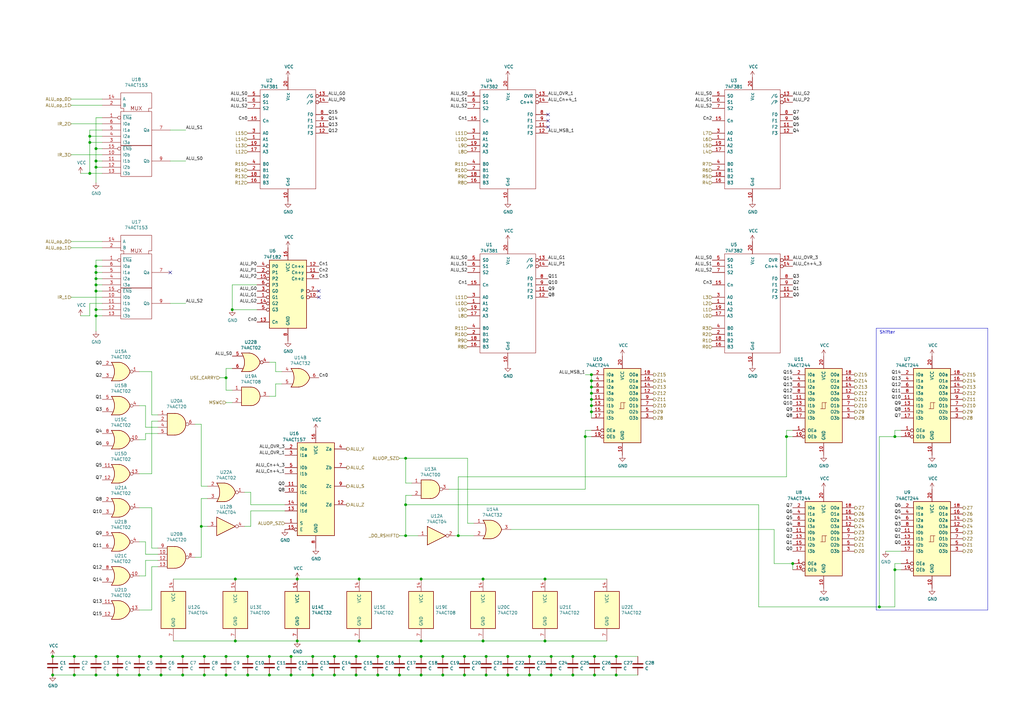
<source format=kicad_sch>
(kicad_sch (version 20200827) (generator eeschema)
  (page 3 7)
  (paper "A3")
  (junction (at 21.59 269.24) (diameter 1.016))
  (junction (at 21.59 276.86) (diameter 1.016))
  (junction (at 30.48 269.24) (diameter 1.016))
  (junction (at 30.48 276.86) (diameter 1.016))
  (junction (at 36.83 55.88) (diameter 1.016))
  (junction (at 36.83 58.42) (diameter 1.016))
  (junction (at 36.83 71.12) (diameter 1.016))
  (junction (at 39.37 60.96) (diameter 1.016))
  (junction (at 39.37 66.04) (diameter 1.016))
  (junction (at 39.37 68.58) (diameter 1.016))
  (junction (at 39.37 109.22) (diameter 1.016))
  (junction (at 39.37 111.76) (diameter 1.016))
  (junction (at 39.37 114.3) (diameter 1.016))
  (junction (at 39.37 116.84) (diameter 1.016))
  (junction (at 39.37 119.38) (diameter 1.016))
  (junction (at 39.37 127) (diameter 1.016))
  (junction (at 39.37 129.54) (diameter 1.016))
  (junction (at 39.37 269.24) (diameter 1.016))
  (junction (at 39.37 276.86) (diameter 1.016))
  (junction (at 48.26 269.24) (diameter 1.016))
  (junction (at 48.26 276.86) (diameter 1.016))
  (junction (at 57.15 269.24) (diameter 1.016))
  (junction (at 57.15 276.86) (diameter 1.016))
  (junction (at 66.04 269.24) (diameter 1.016))
  (junction (at 66.04 276.86) (diameter 1.016))
  (junction (at 74.93 269.24) (diameter 1.016))
  (junction (at 74.93 276.86) (diameter 1.016))
  (junction (at 82.55 215.9) (diameter 1.016))
  (junction (at 83.82 269.24) (diameter 1.016))
  (junction (at 83.82 276.86) (diameter 1.016))
  (junction (at 92.71 154.94) (diameter 1.016))
  (junction (at 92.71 269.24) (diameter 1.016))
  (junction (at 92.71 276.86) (diameter 1.016))
  (junction (at 95.25 127) (diameter 1.016))
  (junction (at 96.52 237.49) (diameter 1.016))
  (junction (at 96.52 262.89) (diameter 1.016))
  (junction (at 101.6 269.24) (diameter 1.016))
  (junction (at 101.6 276.86) (diameter 1.016))
  (junction (at 110.49 269.24) (diameter 1.016))
  (junction (at 110.49 276.86) (diameter 1.016))
  (junction (at 119.38 269.24) (diameter 1.016))
  (junction (at 119.38 276.86) (diameter 1.016))
  (junction (at 121.92 237.49) (diameter 1.016))
  (junction (at 121.92 262.89) (diameter 1.016))
  (junction (at 128.27 269.24) (diameter 1.016))
  (junction (at 128.27 276.86) (diameter 1.016))
  (junction (at 137.16 269.24) (diameter 1.016))
  (junction (at 137.16 276.86) (diameter 1.016))
  (junction (at 146.05 269.24) (diameter 1.016))
  (junction (at 146.05 276.86) (diameter 1.016))
  (junction (at 147.32 237.49) (diameter 1.016))
  (junction (at 147.32 262.89) (diameter 1.016))
  (junction (at 154.94 269.24) (diameter 1.016))
  (junction (at 154.94 276.86) (diameter 1.016))
  (junction (at 163.83 269.24) (diameter 1.016))
  (junction (at 163.83 276.86) (diameter 1.016))
  (junction (at 166.37 187.96) (diameter 1.016))
  (junction (at 166.37 207.01) (diameter 1.016))
  (junction (at 166.37 219.71) (diameter 1.016))
  (junction (at 172.72 237.49) (diameter 1.016))
  (junction (at 172.72 262.89) (diameter 1.016))
  (junction (at 172.72 269.24) (diameter 1.016))
  (junction (at 172.72 276.86) (diameter 1.016))
  (junction (at 181.61 269.24) (diameter 1.016))
  (junction (at 181.61 276.86) (diameter 1.016))
  (junction (at 187.96 219.71) (diameter 1.016))
  (junction (at 190.5 269.24) (diameter 1.016))
  (junction (at 190.5 276.86) (diameter 1.016))
  (junction (at 198.12 237.49) (diameter 1.016))
  (junction (at 198.12 262.89) (diameter 1.016))
  (junction (at 199.39 269.24) (diameter 1.016))
  (junction (at 199.39 276.86) (diameter 1.016))
  (junction (at 208.28 269.24) (diameter 1.016))
  (junction (at 208.28 276.86) (diameter 1.016))
  (junction (at 217.17 269.24) (diameter 1.016))
  (junction (at 217.17 276.86) (diameter 1.016))
  (junction (at 223.52 237.49) (diameter 1.016))
  (junction (at 223.52 262.89) (diameter 1.016))
  (junction (at 226.06 269.24) (diameter 1.016))
  (junction (at 226.06 276.86) (diameter 1.016))
  (junction (at 234.95 269.24) (diameter 1.016))
  (junction (at 234.95 276.86) (diameter 1.016))
  (junction (at 240.03 179.07) (diameter 1.016))
  (junction (at 242.57 153.67) (diameter 1.016))
  (junction (at 242.57 156.21) (diameter 1.016))
  (junction (at 242.57 158.75) (diameter 1.016))
  (junction (at 242.57 161.29) (diameter 1.016))
  (junction (at 242.57 163.83) (diameter 1.016))
  (junction (at 242.57 166.37) (diameter 1.016))
  (junction (at 242.57 168.91) (diameter 1.016))
  (junction (at 243.84 269.24) (diameter 1.016))
  (junction (at 243.84 276.86) (diameter 1.016))
  (junction (at 252.73 269.24) (diameter 1.016))
  (junction (at 252.73 276.86) (diameter 1.016))
  (junction (at 322.58 179.07) (diameter 1.016))
  (junction (at 325.12 231.14) (diameter 1.016))
  (junction (at 360.68 248.92) (diameter 1.016))
  (junction (at 367.03 179.07) (diameter 1.016))
  (junction (at 367.03 233.68) (diameter 1.016))
  (no_connect (at 224.79 46.99))
  (no_connect (at 224.79 49.53))
  (no_connect (at 69.85 111.76))
  (no_connect (at 130.81 121.92))
  (no_connect (at 224.79 52.07))
  (no_connect (at 130.81 119.38))
  (wire (pts (xy 21.59 269.24) (xy 30.48 269.24)))
  (wire (pts (xy 21.59 276.86) (xy 30.48 276.86)))
  (wire (pts (xy 29.21 40.64) (xy 41.91 40.64)))
  (wire (pts (xy 29.21 43.18) (xy 41.91 43.18)))
  (wire (pts (xy 29.21 50.8) (xy 41.91 50.8)))
  (wire (pts (xy 29.21 63.5) (xy 41.91 63.5)))
  (wire (pts (xy 29.21 99.06) (xy 41.91 99.06)))
  (wire (pts (xy 29.21 101.6) (xy 41.91 101.6)))
  (wire (pts (xy 30.48 269.24) (xy 39.37 269.24)))
  (wire (pts (xy 30.48 276.86) (xy 39.37 276.86)))
  (wire (pts (xy 36.83 53.34) (xy 36.83 55.88)))
  (wire (pts (xy 36.83 55.88) (xy 36.83 58.42)))
  (wire (pts (xy 36.83 55.88) (xy 41.91 55.88)))
  (wire (pts (xy 36.83 58.42) (xy 36.83 71.12)))
  (wire (pts (xy 36.83 58.42) (xy 41.91 58.42)))
  (wire (pts (xy 36.83 71.12) (xy 33.02 71.12)))
  (wire (pts (xy 36.83 71.12) (xy 41.91 71.12)))
  (wire (pts (xy 36.83 124.46) (xy 36.83 129.54)))
  (wire (pts (xy 36.83 129.54) (xy 33.02 129.54)))
  (wire (pts (xy 39.37 48.26) (xy 39.37 60.96)))
  (wire (pts (xy 39.37 60.96) (xy 39.37 66.04)))
  (wire (pts (xy 39.37 60.96) (xy 41.91 60.96)))
  (wire (pts (xy 39.37 66.04) (xy 39.37 68.58)))
  (wire (pts (xy 39.37 68.58) (xy 39.37 74.93)))
  (wire (pts (xy 39.37 106.68) (xy 39.37 109.22)))
  (wire (pts (xy 39.37 109.22) (xy 39.37 111.76)))
  (wire (pts (xy 39.37 111.76) (xy 39.37 114.3)))
  (wire (pts (xy 39.37 114.3) (xy 39.37 116.84)))
  (wire (pts (xy 39.37 116.84) (xy 39.37 119.38)))
  (wire (pts (xy 39.37 119.38) (xy 39.37 127)))
  (wire (pts (xy 39.37 119.38) (xy 41.91 119.38)))
  (wire (pts (xy 39.37 127) (xy 39.37 129.54)))
  (wire (pts (xy 39.37 127) (xy 41.91 127)))
  (wire (pts (xy 39.37 129.54) (xy 39.37 135.89)))
  (wire (pts (xy 39.37 129.54) (xy 41.91 129.54)))
  (wire (pts (xy 39.37 269.24) (xy 48.26 269.24)))
  (wire (pts (xy 39.37 276.86) (xy 48.26 276.86)))
  (wire (pts (xy 41.91 48.26) (xy 39.37 48.26)))
  (wire (pts (xy 41.91 53.34) (xy 36.83 53.34)))
  (wire (pts (xy 41.91 66.04) (xy 39.37 66.04)))
  (wire (pts (xy 41.91 68.58) (xy 39.37 68.58)))
  (wire (pts (xy 41.91 106.68) (xy 39.37 106.68)))
  (wire (pts (xy 41.91 109.22) (xy 39.37 109.22)))
  (wire (pts (xy 41.91 111.76) (xy 39.37 111.76)))
  (wire (pts (xy 41.91 114.3) (xy 39.37 114.3)))
  (wire (pts (xy 41.91 116.84) (xy 39.37 116.84)))
  (wire (pts (xy 41.91 121.92) (xy 29.21 121.92)))
  (wire (pts (xy 41.91 124.46) (xy 36.83 124.46)))
  (wire (pts (xy 48.26 269.24) (xy 57.15 269.24)))
  (wire (pts (xy 48.26 276.86) (xy 57.15 276.86)))
  (wire (pts (xy 57.15 152.4) (xy 62.23 152.4)))
  (wire (pts (xy 57.15 166.37) (xy 59.69 166.37)))
  (wire (pts (xy 57.15 180.34) (xy 59.69 180.34)))
  (wire (pts (xy 57.15 194.31) (xy 62.23 194.31)))
  (wire (pts (xy 57.15 208.28) (xy 62.23 208.28)))
  (wire (pts (xy 57.15 222.25) (xy 59.69 222.25)))
  (wire (pts (xy 57.15 236.22) (xy 59.69 236.22)))
  (wire (pts (xy 57.15 250.19) (xy 62.23 250.19)))
  (wire (pts (xy 57.15 269.24) (xy 66.04 269.24)))
  (wire (pts (xy 57.15 276.86) (xy 66.04 276.86)))
  (wire (pts (xy 59.69 166.37) (xy 59.69 175.26)))
  (wire (pts (xy 59.69 175.26) (xy 64.77 175.26)))
  (wire (pts (xy 59.69 177.8) (xy 64.77 177.8)))
  (wire (pts (xy 59.69 180.34) (xy 59.69 177.8)))
  (wire (pts (xy 59.69 222.25) (xy 59.69 227.33)))
  (wire (pts (xy 59.69 227.33) (xy 64.77 227.33)))
  (wire (pts (xy 59.69 229.87) (xy 64.77 229.87)))
  (wire (pts (xy 59.69 236.22) (xy 59.69 229.87)))
  (wire (pts (xy 62.23 152.4) (xy 62.23 170.18)))
  (wire (pts (xy 62.23 170.18) (xy 64.77 170.18)))
  (wire (pts (xy 62.23 172.72) (xy 64.77 172.72)))
  (wire (pts (xy 62.23 194.31) (xy 62.23 172.72)))
  (wire (pts (xy 62.23 208.28) (xy 62.23 224.79)))
  (wire (pts (xy 62.23 224.79) (xy 64.77 224.79)))
  (wire (pts (xy 62.23 232.41) (xy 64.77 232.41)))
  (wire (pts (xy 62.23 250.19) (xy 62.23 232.41)))
  (wire (pts (xy 66.04 269.24) (xy 74.93 269.24)))
  (wire (pts (xy 66.04 276.86) (xy 74.93 276.86)))
  (wire (pts (xy 69.85 53.34) (xy 76.2 53.34)))
  (wire (pts (xy 69.85 66.04) (xy 76.2 66.04)))
  (wire (pts (xy 69.85 124.46) (xy 76.2 124.46)))
  (wire (pts (xy 71.12 237.49) (xy 96.52 237.49)))
  (wire (pts (xy 71.12 262.89) (xy 96.52 262.89)))
  (wire (pts (xy 74.93 269.24) (xy 83.82 269.24)))
  (wire (pts (xy 74.93 276.86) (xy 83.82 276.86)))
  (wire (pts (xy 80.01 173.99) (xy 82.55 173.99)))
  (wire (pts (xy 80.01 228.6) (xy 82.55 228.6)))
  (wire (pts (xy 82.55 173.99) (xy 82.55 199.39)))
  (wire (pts (xy 82.55 199.39) (xy 85.09 199.39)))
  (wire (pts (xy 82.55 204.47) (xy 85.09 204.47)))
  (wire (pts (xy 82.55 215.9) (xy 82.55 204.47)))
  (wire (pts (xy 82.55 215.9) (xy 85.09 215.9)))
  (wire (pts (xy 82.55 228.6) (xy 82.55 215.9)))
  (wire (pts (xy 83.82 269.24) (xy 92.71 269.24)))
  (wire (pts (xy 83.82 276.86) (xy 92.71 276.86)))
  (wire (pts (xy 90.17 154.94) (xy 92.71 154.94)))
  (wire (pts (xy 92.71 151.13) (xy 95.25 151.13)))
  (wire (pts (xy 92.71 154.94) (xy 92.71 151.13)))
  (wire (pts (xy 92.71 154.94) (xy 92.71 160.02)))
  (wire (pts (xy 92.71 160.02) (xy 95.25 160.02)))
  (wire (pts (xy 92.71 165.1) (xy 95.25 165.1)))
  (wire (pts (xy 92.71 269.24) (xy 101.6 269.24)))
  (wire (pts (xy 92.71 276.86) (xy 101.6 276.86)))
  (wire (pts (xy 95.25 116.84) (xy 95.25 127)))
  (wire (pts (xy 96.52 237.49) (xy 121.92 237.49)))
  (wire (pts (xy 96.52 262.89) (xy 121.92 262.89)))
  (wire (pts (xy 100.33 201.93) (xy 102.87 201.93)))
  (wire (pts (xy 100.33 215.9) (xy 102.87 215.9)))
  (wire (pts (xy 101.6 269.24) (xy 110.49 269.24)))
  (wire (pts (xy 101.6 276.86) (xy 110.49 276.86)))
  (wire (pts (xy 102.87 201.93) (xy 102.87 207.01)))
  (wire (pts (xy 102.87 207.01) (xy 116.84 207.01)))
  (wire (pts (xy 102.87 209.55) (xy 116.84 209.55)))
  (wire (pts (xy 102.87 215.9) (xy 102.87 209.55)))
  (wire (pts (xy 105.41 116.84) (xy 95.25 116.84)))
  (wire (pts (xy 105.41 127) (xy 95.25 127)))
  (wire (pts (xy 110.49 148.59) (xy 113.03 148.59)))
  (wire (pts (xy 110.49 162.56) (xy 113.03 162.56)))
  (wire (pts (xy 110.49 269.24) (xy 119.38 269.24)))
  (wire (pts (xy 110.49 276.86) (xy 119.38 276.86)))
  (wire (pts (xy 113.03 148.59) (xy 113.03 152.4)))
  (wire (pts (xy 113.03 152.4) (xy 115.57 152.4)))
  (wire (pts (xy 113.03 157.48) (xy 115.57 157.48)))
  (wire (pts (xy 113.03 162.56) (xy 113.03 157.48)))
  (wire (pts (xy 119.38 269.24) (xy 128.27 269.24)))
  (wire (pts (xy 119.38 276.86) (xy 128.27 276.86)))
  (wire (pts (xy 121.92 237.49) (xy 147.32 237.49)))
  (wire (pts (xy 121.92 262.89) (xy 147.32 262.89)))
  (wire (pts (xy 128.27 269.24) (xy 137.16 269.24)))
  (wire (pts (xy 128.27 276.86) (xy 137.16 276.86)))
  (wire (pts (xy 137.16 269.24) (xy 146.05 269.24)))
  (wire (pts (xy 137.16 276.86) (xy 146.05 276.86)))
  (wire (pts (xy 146.05 269.24) (xy 154.94 269.24)))
  (wire (pts (xy 146.05 276.86) (xy 154.94 276.86)))
  (wire (pts (xy 147.32 237.49) (xy 172.72 237.49)))
  (wire (pts (xy 147.32 262.89) (xy 172.72 262.89)))
  (wire (pts (xy 154.94 269.24) (xy 163.83 269.24)))
  (wire (pts (xy 154.94 276.86) (xy 163.83 276.86)))
  (wire (pts (xy 163.83 187.96) (xy 166.37 187.96)))
  (wire (pts (xy 163.83 269.24) (xy 172.72 269.24)))
  (wire (pts (xy 163.83 276.86) (xy 172.72 276.86)))
  (wire (pts (xy 166.37 187.96) (xy 166.37 198.12)))
  (wire (pts (xy 166.37 187.96) (xy 191.77 187.96)))
  (wire (pts (xy 166.37 198.12) (xy 168.91 198.12)))
  (wire (pts (xy 166.37 203.2) (xy 168.91 203.2)))
  (wire (pts (xy 166.37 207.01) (xy 166.37 203.2)))
  (wire (pts (xy 166.37 207.01) (xy 311.15 207.01)))
  (wire (pts (xy 166.37 219.71) (xy 163.83 219.71)))
  (wire (pts (xy 166.37 219.71) (xy 166.37 207.01)))
  (wire (pts (xy 171.45 219.71) (xy 166.37 219.71)))
  (wire (pts (xy 172.72 237.49) (xy 198.12 237.49)))
  (wire (pts (xy 172.72 262.89) (xy 198.12 262.89)))
  (wire (pts (xy 172.72 269.24) (xy 181.61 269.24)))
  (wire (pts (xy 172.72 276.86) (xy 181.61 276.86)))
  (wire (pts (xy 181.61 269.24) (xy 190.5 269.24)))
  (wire (pts (xy 181.61 276.86) (xy 190.5 276.86)))
  (wire (pts (xy 184.15 200.66) (xy 240.03 200.66)))
  (wire (pts (xy 186.69 219.71) (xy 187.96 219.71)))
  (wire (pts (xy 187.96 195.58) (xy 187.96 219.71)))
  (wire (pts (xy 187.96 219.71) (xy 194.31 219.71)))
  (wire (pts (xy 190.5 269.24) (xy 199.39 269.24)))
  (wire (pts (xy 190.5 276.86) (xy 199.39 276.86)))
  (wire (pts (xy 191.77 187.96) (xy 191.77 214.63)))
  (wire (pts (xy 191.77 214.63) (xy 194.31 214.63)))
  (wire (pts (xy 198.12 237.49) (xy 223.52 237.49)))
  (wire (pts (xy 198.12 262.89) (xy 223.52 262.89)))
  (wire (pts (xy 199.39 269.24) (xy 208.28 269.24)))
  (wire (pts (xy 199.39 276.86) (xy 208.28 276.86)))
  (wire (pts (xy 208.28 269.24) (xy 217.17 269.24)))
  (wire (pts (xy 208.28 276.86) (xy 217.17 276.86)))
  (wire (pts (xy 209.55 217.17) (xy 317.5 217.17)))
  (wire (pts (xy 217.17 269.24) (xy 226.06 269.24)))
  (wire (pts (xy 217.17 276.86) (xy 226.06 276.86)))
  (wire (pts (xy 223.52 237.49) (xy 248.92 237.49)))
  (wire (pts (xy 223.52 262.89) (xy 248.92 262.89)))
  (wire (pts (xy 226.06 269.24) (xy 234.95 269.24)))
  (wire (pts (xy 226.06 276.86) (xy 234.95 276.86)))
  (wire (pts (xy 234.95 269.24) (xy 243.84 269.24)))
  (wire (pts (xy 234.95 276.86) (xy 243.84 276.86)))
  (wire (pts (xy 240.03 153.67) (xy 242.57 153.67)))
  (wire (pts (xy 240.03 176.53) (xy 242.57 176.53)))
  (wire (pts (xy 240.03 179.07) (xy 240.03 176.53)))
  (wire (pts (xy 240.03 200.66) (xy 240.03 179.07)))
  (wire (pts (xy 242.57 153.67) (xy 242.57 156.21)))
  (wire (pts (xy 242.57 156.21) (xy 242.57 158.75)))
  (wire (pts (xy 242.57 158.75) (xy 242.57 161.29)))
  (wire (pts (xy 242.57 161.29) (xy 242.57 163.83)))
  (wire (pts (xy 242.57 163.83) (xy 242.57 166.37)))
  (wire (pts (xy 242.57 166.37) (xy 242.57 168.91)))
  (wire (pts (xy 242.57 168.91) (xy 242.57 171.45)))
  (wire (pts (xy 242.57 179.07) (xy 240.03 179.07)))
  (wire (pts (xy 243.84 269.24) (xy 252.73 269.24)))
  (wire (pts (xy 243.84 276.86) (xy 252.73 276.86)))
  (wire (pts (xy 252.73 269.24) (xy 261.62 269.24)))
  (wire (pts (xy 252.73 276.86) (xy 261.62 276.86)))
  (wire (pts (xy 311.15 207.01) (xy 311.15 248.92)))
  (wire (pts (xy 317.5 217.17) (xy 317.5 231.14)))
  (wire (pts (xy 317.5 231.14) (xy 325.12 231.14)))
  (wire (pts (xy 322.58 176.53) (xy 322.58 179.07)))
  (wire (pts (xy 322.58 179.07) (xy 322.58 195.58)))
  (wire (pts (xy 322.58 179.07) (xy 325.12 179.07)))
  (wire (pts (xy 322.58 195.58) (xy 187.96 195.58)))
  (wire (pts (xy 325.12 176.53) (xy 322.58 176.53)))
  (wire (pts (xy 325.12 231.14) (xy 325.12 233.68)))
  (wire (pts (xy 360.68 179.07) (xy 367.03 179.07)))
  (wire (pts (xy 360.68 248.92) (xy 311.15 248.92)))
  (wire (pts (xy 360.68 248.92) (xy 360.68 179.07)))
  (wire (pts (xy 363.22 226.06) (xy 369.57 226.06)))
  (wire (pts (xy 367.03 176.53) (xy 369.57 176.53)))
  (wire (pts (xy 367.03 179.07) (xy 367.03 176.53)))
  (wire (pts (xy 367.03 179.07) (xy 369.57 179.07)))
  (wire (pts (xy 367.03 231.14) (xy 369.57 231.14)))
  (wire (pts (xy 367.03 233.68) (xy 367.03 231.14)))
  (wire (pts (xy 367.03 233.68) (xy 367.03 248.92)))
  (wire (pts (xy 367.03 248.92) (xy 360.68 248.92)))
  (wire (pts (xy 369.57 233.68) (xy 367.03 233.68)))
  (polyline (pts (xy 359.41 134.62) (xy 405.13 134.62)) (stroke (width 0) (type solid)))
  (polyline (pts (xy 359.41 250.19) (xy 359.41 134.62)) (stroke (width 0) (type solid)))
  (polyline (pts (xy 405.13 134.62) (xy 405.13 250.19)) (stroke (width 0) (type solid)))
  (polyline (pts (xy 405.13 250.19) (xy 359.41 250.19)) (stroke (width 0) (type solid)))
  (text "Shifter" (at 360.68 137.16 0) (effects (font (size 1.27 1.27)) (justify left bottom)))
  (label "Q0" (at 41.91 149.86 180))
  (label "Q2" (at 41.91 154.94 180))
  (label "Q1" (at 41.91 163.83 180))
  (label "Q3" (at 41.91 168.91 180))
  (label "Q4" (at 41.91 177.8 180))
  (label "Q6" (at 41.91 182.88 180))
  (label "Q5" (at 41.91 191.77 180))
  (label "Q7" (at 41.91 196.85 180))
  (label "Q8" (at 41.91 205.74 180))
  (label "Q10" (at 41.91 210.82 180))
  (label "Q9" (at 41.91 219.71 180))
  (label "Q11" (at 41.91 224.79 180))
  (label "Q12" (at 41.91 233.68 180))
  (label "Q14" (at 41.91 238.76 180))
  (label "Q13" (at 41.91 247.65 180))
  (label "Q15" (at 41.91 252.73 180))
  (label "ALU_S1" (at 76.2 53.34 0))
  (label "ALU_S0" (at 76.2 66.04 0))
  (label "ALU_S2" (at 76.2 124.46 0))
  (label "ALU_S0" (at 95.25 146.05 180))
  (label "ALU_S0" (at 101.6 39.37 180))
  (label "ALU_S1" (at 101.6 41.91 180))
  (label "ALU_S2" (at 101.6 44.45 180))
  (label "Cn0" (at 101.6 49.53 180))
  (label "ALU_P0" (at 105.41 109.22 180))
  (label "ALU_P1" (at 105.41 111.76 180))
  (label "ALU_P2" (at 105.41 114.3 180))
  (label "ALU_G0" (at 105.41 119.38 180))
  (label "ALU_G1" (at 105.41 121.92 180))
  (label "ALU_G2" (at 105.41 124.46 180))
  (label "Cn0" (at 105.41 132.08 180))
  (label "ALU_OVR_3" (at 116.84 184.15 180))
  (label "ALU_OVR_1" (at 116.84 186.69 180))
  (label "ALU_Cn+4_3" (at 116.84 191.77 180))
  (label "ALU_Cn+4_1" (at 116.84 194.31 180))
  (label "Q0" (at 116.84 199.39 180))
  (label "Q8" (at 116.84 201.93 180))
  (label "Cn1" (at 130.81 109.22 0))
  (label "Cn2" (at 130.81 111.76 0))
  (label "Cn3" (at 130.81 114.3 0))
  (label "Cn0" (at 130.81 154.94 0))
  (label "ALU_G0" (at 134.62 39.37 0))
  (label "ALU_P0" (at 134.62 41.91 0))
  (label "Q15" (at 134.62 46.99 0))
  (label "Q14" (at 134.62 49.53 0))
  (label "Q13" (at 134.62 52.07 0))
  (label "Q12" (at 134.62 54.61 0))
  (label "ALU_S0" (at 191.77 39.37 180))
  (label "ALU_S1" (at 191.77 41.91 180))
  (label "ALU_S2" (at 191.77 44.45 180))
  (label "Cn1" (at 191.77 49.53 180))
  (label "ALU_S0" (at 191.77 106.68 180))
  (label "ALU_S1" (at 191.77 109.22 180))
  (label "ALU_S2" (at 191.77 111.76 180))
  (label "Cn1" (at 191.77 116.84 180))
  (label "ALU_OVR_1" (at 224.79 39.37 0))
  (label "ALU_Cn+4_1" (at 224.79 41.91 0))
  (label "ALU_MSB_1" (at 224.79 54.61 0))
  (label "ALU_G1" (at 224.79 106.68 0))
  (label "ALU_P1" (at 224.79 109.22 0))
  (label "Q11" (at 224.79 114.3 0))
  (label "Q10" (at 224.79 116.84 0))
  (label "Q9" (at 224.79 119.38 0))
  (label "Q8" (at 224.79 121.92 0))
  (label "ALU_MSB_1" (at 240.03 153.67 180))
  (label "ALU_S0" (at 292.1 39.37 180))
  (label "ALU_S1" (at 292.1 41.91 180))
  (label "ALU_S2" (at 292.1 44.45 180))
  (label "Cn2" (at 292.1 49.53 180))
  (label "ALU_S0" (at 292.1 106.68 180))
  (label "ALU_S1" (at 292.1 109.22 180))
  (label "ALU_S2" (at 292.1 111.76 180))
  (label "Cn3" (at 292.1 116.84 180))
  (label "ALU_G2" (at 325.12 39.37 0))
  (label "ALU_P2" (at 325.12 41.91 0))
  (label "Q7" (at 325.12 46.99 0))
  (label "Q6" (at 325.12 49.53 0))
  (label "Q5" (at 325.12 52.07 0))
  (label "Q4" (at 325.12 54.61 0))
  (label "ALU_OVR_3" (at 325.12 106.68 0))
  (label "ALU_Cn+4_3" (at 325.12 109.22 0))
  (label "Q3" (at 325.12 114.3 0))
  (label "Q2" (at 325.12 116.84 0))
  (label "Q1" (at 325.12 119.38 0))
  (label "Q0" (at 325.12 121.92 0))
  (label "Q15" (at 325.12 153.67 180))
  (label "Q14" (at 325.12 156.21 180))
  (label "Q13" (at 325.12 158.75 180))
  (label "Q12" (at 325.12 161.29 180))
  (label "Q11" (at 325.12 163.83 180))
  (label "Q10" (at 325.12 166.37 180))
  (label "Q9" (at 325.12 168.91 180))
  (label "Q8" (at 325.12 171.45 180))
  (label "Q7" (at 325.12 208.28 180))
  (label "Q6" (at 325.12 210.82 180))
  (label "Q5" (at 325.12 213.36 180))
  (label "Q4" (at 325.12 215.9 180))
  (label "Q3" (at 325.12 218.44 180))
  (label "Q2" (at 325.12 220.98 180))
  (label "Q1" (at 325.12 223.52 180))
  (label "Q0" (at 325.12 226.06 180))
  (label "Q14" (at 369.57 153.67 180))
  (label "Q13" (at 369.57 156.21 180))
  (label "Q12" (at 369.57 158.75 180))
  (label "Q11" (at 369.57 161.29 180))
  (label "Q10" (at 369.57 163.83 180))
  (label "Q9" (at 369.57 166.37 180))
  (label "Q8" (at 369.57 168.91 180))
  (label "Q7" (at 369.57 171.45 180))
  (label "Q6" (at 369.57 208.28 180))
  (label "Q5" (at 369.57 210.82 180))
  (label "Q4" (at 369.57 213.36 180))
  (label "Q3" (at 369.57 215.9 180))
  (label "Q2" (at 369.57 218.44 180))
  (label "Q1" (at 369.57 220.98 180))
  (label "Q0" (at 369.57 223.52 180))
  (hierarchical_label "ALU_op_0" (shape input) (at 29.21 40.64 180))
  (hierarchical_label "ALU_op_1" (shape input) (at 29.21 43.18 180))
  (hierarchical_label "IR_2" (shape input) (at 29.21 50.8 180))
  (hierarchical_label "IR_3" (shape input) (at 29.21 63.5 180))
  (hierarchical_label "ALU_op_0" (shape input) (at 29.21 99.06 180))
  (hierarchical_label "ALU_op_1" (shape input) (at 29.21 101.6 180))
  (hierarchical_label "IR_1" (shape input) (at 29.21 121.92 180))
  (hierarchical_label "USE_CARRY" (shape input) (at 90.17 154.94 180))
  (hierarchical_label "MSWC" (shape input) (at 92.71 165.1 180))
  (hierarchical_label "L15" (shape input) (at 101.6 54.61 180))
  (hierarchical_label "L14" (shape input) (at 101.6 57.15 180))
  (hierarchical_label "L13" (shape input) (at 101.6 59.69 180))
  (hierarchical_label "L12" (shape input) (at 101.6 62.23 180))
  (hierarchical_label "R15" (shape input) (at 101.6 67.31 180))
  (hierarchical_label "R14" (shape input) (at 101.6 69.85 180))
  (hierarchical_label "R13" (shape input) (at 101.6 72.39 180))
  (hierarchical_label "R12" (shape input) (at 101.6 74.93 180))
  (hierarchical_label "ALUOP_SZ" (shape input) (at 116.84 214.63 180))
  (hierarchical_label "ALU_V" (shape output) (at 142.24 184.15 0))
  (hierarchical_label "ALU_C" (shape output) (at 142.24 191.77 0))
  (hierarchical_label "ALU_S" (shape output) (at 142.24 199.39 0))
  (hierarchical_label "ALU_Z" (shape output) (at 142.24 207.01 0))
  (hierarchical_label "ALUOP_SZ" (shape input) (at 163.83 187.96 180))
  (hierarchical_label "_DO_RSHIFT" (shape input) (at 163.83 219.71 180))
  (hierarchical_label "L11" (shape input) (at 191.77 54.61 180))
  (hierarchical_label "L10" (shape input) (at 191.77 57.15 180))
  (hierarchical_label "L9" (shape input) (at 191.77 59.69 180))
  (hierarchical_label "L8" (shape input) (at 191.77 62.23 180))
  (hierarchical_label "R11" (shape input) (at 191.77 67.31 180))
  (hierarchical_label "R10" (shape input) (at 191.77 69.85 180))
  (hierarchical_label "R9" (shape input) (at 191.77 72.39 180))
  (hierarchical_label "R8" (shape input) (at 191.77 74.93 180))
  (hierarchical_label "L11" (shape input) (at 191.77 121.92 180))
  (hierarchical_label "L10" (shape input) (at 191.77 124.46 180))
  (hierarchical_label "L9" (shape input) (at 191.77 127 180))
  (hierarchical_label "L8" (shape input) (at 191.77 129.54 180))
  (hierarchical_label "R11" (shape input) (at 191.77 134.62 180))
  (hierarchical_label "R10" (shape input) (at 191.77 137.16 180))
  (hierarchical_label "R9" (shape input) (at 191.77 139.7 180))
  (hierarchical_label "R8" (shape input) (at 191.77 142.24 180))
  (hierarchical_label "Z15" (shape output) (at 267.97 153.67 0))
  (hierarchical_label "Z14" (shape output) (at 267.97 156.21 0))
  (hierarchical_label "Z13" (shape output) (at 267.97 158.75 0))
  (hierarchical_label "Z12" (shape output) (at 267.97 161.29 0))
  (hierarchical_label "Z11" (shape output) (at 267.97 163.83 0))
  (hierarchical_label "Z10" (shape output) (at 267.97 166.37 0))
  (hierarchical_label "Z9" (shape output) (at 267.97 168.91 0))
  (hierarchical_label "Z8" (shape output) (at 267.97 171.45 0))
  (hierarchical_label "L7" (shape input) (at 292.1 54.61 180))
  (hierarchical_label "L6" (shape input) (at 292.1 57.15 180))
  (hierarchical_label "L5" (shape input) (at 292.1 59.69 180))
  (hierarchical_label "L4" (shape input) (at 292.1 62.23 180))
  (hierarchical_label "R7" (shape input) (at 292.1 67.31 180))
  (hierarchical_label "R6" (shape input) (at 292.1 69.85 180))
  (hierarchical_label "R5" (shape input) (at 292.1 72.39 180))
  (hierarchical_label "R4" (shape input) (at 292.1 74.93 180))
  (hierarchical_label "L3" (shape input) (at 292.1 121.92 180))
  (hierarchical_label "L2" (shape input) (at 292.1 124.46 180))
  (hierarchical_label "L1" (shape input) (at 292.1 127 180))
  (hierarchical_label "L0" (shape input) (at 292.1 129.54 180))
  (hierarchical_label "R3" (shape input) (at 292.1 134.62 180))
  (hierarchical_label "R2" (shape input) (at 292.1 137.16 180))
  (hierarchical_label "R1" (shape input) (at 292.1 139.7 180))
  (hierarchical_label "R0" (shape input) (at 292.1 142.24 180))
  (hierarchical_label "Z15" (shape output) (at 350.52 153.67 0))
  (hierarchical_label "Z14" (shape output) (at 350.52 156.21 0))
  (hierarchical_label "Z13" (shape output) (at 350.52 158.75 0))
  (hierarchical_label "Z12" (shape output) (at 350.52 161.29 0))
  (hierarchical_label "Z11" (shape output) (at 350.52 163.83 0))
  (hierarchical_label "Z10" (shape output) (at 350.52 166.37 0))
  (hierarchical_label "Z9" (shape output) (at 350.52 168.91 0))
  (hierarchical_label "Z8" (shape output) (at 350.52 171.45 0))
  (hierarchical_label "Z7" (shape output) (at 350.52 208.28 0))
  (hierarchical_label "Z6" (shape output) (at 350.52 210.82 0))
  (hierarchical_label "Z5" (shape output) (at 350.52 213.36 0))
  (hierarchical_label "Z4" (shape output) (at 350.52 215.9 0))
  (hierarchical_label "Z3" (shape output) (at 350.52 218.44 0))
  (hierarchical_label "Z2" (shape output) (at 350.52 220.98 0))
  (hierarchical_label "Z1" (shape output) (at 350.52 223.52 0))
  (hierarchical_label "Z0" (shape output) (at 350.52 226.06 0))
  (hierarchical_label "Z15" (shape output) (at 394.97 153.67 0))
  (hierarchical_label "Z14" (shape output) (at 394.97 156.21 0))
  (hierarchical_label "Z13" (shape output) (at 394.97 158.75 0))
  (hierarchical_label "Z12" (shape output) (at 394.97 161.29 0))
  (hierarchical_label "Z11" (shape output) (at 394.97 163.83 0))
  (hierarchical_label "Z10" (shape output) (at 394.97 166.37 0))
  (hierarchical_label "Z9" (shape output) (at 394.97 168.91 0))
  (hierarchical_label "Z8" (shape output) (at 394.97 171.45 0))
  (hierarchical_label "Z7" (shape output) (at 394.97 208.28 0))
  (hierarchical_label "Z6" (shape output) (at 394.97 210.82 0))
  (hierarchical_label "Z5" (shape output) (at 394.97 213.36 0))
  (hierarchical_label "Z4" (shape output) (at 394.97 215.9 0))
  (hierarchical_label "Z3" (shape output) (at 394.97 218.44 0))
  (hierarchical_label "Z2" (shape output) (at 394.97 220.98 0))
  (hierarchical_label "Z1" (shape output) (at 394.97 223.52 0))
  (hierarchical_label "Z0" (shape output) (at 394.97 226.06 0))
  (symbol (lib_id "power:VCC") (at 21.59 269.24 0) (unit 1)
    (property "Reference" "#PWR0125" (effects hide))
    (property "Value" "VCC" (at 22.0218 264.8458 0))
  )
  (symbol (lib_id "power:VCC") (at 33.02 71.12 0) (unit 1)
    (property "Reference" "#PWR0102" (effects hide))
    (property "Value" "VCC" (at 33.4518 66.7258 0))
  )
  (symbol (lib_id "power:VCC") (at 33.02 129.54 0) (unit 1)
    (property "Reference" "#PWR0104" (effects hide))
    (property "Value" "VCC" (at 33.4518 125.1458 0))
  )
  (symbol (lib_id "power:VCC") (at 118.11 31.75 0) (unit 1)
    (property "Reference" "#PWR0105" (effects hide))
    (property "Value" "VCC" (at 118.5418 27.3558 0))
  )
  (symbol (lib_id "power:VCC") (at 118.11 101.6 0) (unit 1)
    (property "Reference" "#PWR0127" (effects hide))
    (property "Value" "VCC" (at 118.5418 97.2058 0))
  )
  (symbol (lib_id "power:VCC") (at 121.92 237.49 0) (unit 1)
    (property "Reference" "#PWR0135" (effects hide))
    (property "Value" "VCC" (at 122.3518 233.0958 0))
  )
  (symbol (lib_id "power:VCC") (at 129.54 176.53 0) (unit 1)
    (property "Reference" "#PWR0132" (effects hide))
    (property "Value" "VCC" (at 129.9718 172.1358 0))
  )
  (symbol (lib_id "power:VCC") (at 208.28 31.75 0) (unit 1)
    (property "Reference" "#PWR0111" (effects hide))
    (property "Value" "VCC" (at 208.7118 27.3558 0))
  )
  (symbol (lib_id "power:VCC") (at 208.28 99.06 0) (unit 1)
    (property "Reference" "#PWR0113" (effects hide))
    (property "Value" "VCC" (at 208.7118 94.6658 0))
  )
  (symbol (lib_id "power:VCC") (at 255.27 146.05 0) (unit 1)
    (property "Reference" "#PWR0137" (effects hide))
    (property "Value" "VCC" (at 255.7018 141.6558 0))
  )
  (symbol (lib_id "power:VCC") (at 308.61 31.75 0) (unit 1)
    (property "Reference" "#PWR0117" (effects hide))
    (property "Value" "VCC" (at 309.0418 27.3558 0))
  )
  (symbol (lib_id "power:VCC") (at 308.61 99.06 0) (unit 1)
    (property "Reference" "#PWR0123" (effects hide))
    (property "Value" "VCC" (at 309.0418 94.6658 0))
  )
  (symbol (lib_id "power:VCC") (at 337.82 146.05 0) (unit 1)
    (property "Reference" "#PWR0139" (effects hide))
    (property "Value" "VCC" (at 338.2518 141.6558 0))
  )
  (symbol (lib_id "power:VCC") (at 337.82 200.66 0) (unit 1)
    (property "Reference" "#PWR0141" (effects hide))
    (property "Value" "VCC" (at 338.2518 196.2658 0))
  )
  (symbol (lib_id "power:VCC") (at 382.27 146.05 0) (unit 1)
    (property "Reference" "#PWR0144" (effects hide))
    (property "Value" "VCC" (at 382.7018 141.6558 0))
  )
  (symbol (lib_id "power:VCC") (at 382.27 200.66 0) (unit 1)
    (property "Reference" "#PWR0146" (effects hide))
    (property "Value" "VCC" (at 382.7018 196.2658 0))
  )
  (symbol (lib_id "power:GND") (at 21.59 276.86 0) (unit 1)
    (property "Reference" "#PWR0126" (effects hide))
    (property "Value" "GND" (at 21.717 281.2542 0))
  )
  (symbol (lib_id "power:GND") (at 39.37 74.93 0) (unit 1)
    (property "Reference" "#PWR0101" (effects hide))
    (property "Value" "GND" (at 39.497 79.3242 0))
  )
  (symbol (lib_id "power:GND") (at 39.37 135.89 0) (unit 1)
    (property "Reference" "#PWR0103" (effects hide))
    (property "Value" "GND" (at 39.497 140.2842 0))
  )
  (symbol (lib_id "power:GND") (at 95.25 127 0) (unit 1)
    (property "Reference" "#PWR0131" (effects hide))
    (property "Value" "GND" (at 95.377 131.3942 0))
  )
  (symbol (lib_id "power:GND") (at 116.84 217.17 0) (unit 1)
    (property "Reference" "#PWR0134" (effects hide))
    (property "Value" "GND" (at 116.967 221.5642 0))
  )
  (symbol (lib_id "power:GND") (at 118.11 82.55 0) (unit 1)
    (property "Reference" "#PWR0106" (effects hide))
    (property "Value" "GND" (at 118.237 86.9442 0))
  )
  (symbol (lib_id "power:GND") (at 118.11 139.7 0) (unit 1)
    (property "Reference" "#PWR0128" (effects hide))
    (property "Value" "GND" (at 118.237 144.0942 0))
  )
  (symbol (lib_id "power:GND") (at 121.92 262.89 0) (unit 1)
    (property "Reference" "#PWR0136" (effects hide))
    (property "Value" "GND" (at 122.047 267.2842 0))
  )
  (symbol (lib_id "power:GND") (at 129.54 224.79 0) (unit 1)
    (property "Reference" "#PWR0133" (effects hide))
    (property "Value" "GND" (at 129.667 229.1842 0))
  )
  (symbol (lib_id "power:GND") (at 208.28 82.55 0) (unit 1)
    (property "Reference" "#PWR0112" (effects hide))
    (property "Value" "GND" (at 208.407 86.9442 0))
  )
  (symbol (lib_id "power:GND") (at 208.28 149.86 0) (unit 1)
    (property "Reference" "#PWR0114" (effects hide))
    (property "Value" "GND" (at 208.407 154.2542 0))
  )
  (symbol (lib_id "power:GND") (at 255.27 186.69 0) (unit 1)
    (property "Reference" "#PWR0138" (effects hide))
    (property "Value" "GND" (at 255.397 191.0842 0))
  )
  (symbol (lib_id "power:GND") (at 308.61 82.55 0) (unit 1)
    (property "Reference" "#PWR0118" (effects hide))
    (property "Value" "GND" (at 308.737 86.9442 0))
  )
  (symbol (lib_id "power:GND") (at 308.61 149.86 0) (unit 1)
    (property "Reference" "#PWR0124" (effects hide))
    (property "Value" "GND" (at 308.737 154.2542 0))
  )
  (symbol (lib_id "power:GND") (at 337.82 186.69 0) (unit 1)
    (property "Reference" "#PWR0140" (effects hide))
    (property "Value" "GND" (at 337.947 191.0842 0))
  )
  (symbol (lib_id "power:GND") (at 337.82 241.3 0) (unit 1)
    (property "Reference" "#PWR0142" (effects hide))
    (property "Value" "GND" (at 337.947 245.6942 0))
  )
  (symbol (lib_id "power:GND") (at 363.22 226.06 0) (unit 1)
    (property "Reference" "#PWR0143" (effects hide))
    (property "Value" "GND" (at 363.347 230.4542 0))
  )
  (symbol (lib_id "power:GND") (at 382.27 186.69 0) (unit 1)
    (property "Reference" "#PWR0145" (effects hide))
    (property "Value" "GND" (at 382.397 191.0842 0))
  )
  (symbol (lib_id "power:GND") (at 382.27 241.3 0) (unit 1)
    (property "Reference" "#PWR0147" (effects hide))
    (property "Value" "GND" (at 382.397 245.6942 0))
  )
  (symbol (lib_id "Device:C") (at 21.59 273.05 0) (unit 1)
    (property "Reference" "C1" (at 24.511 271.8816 0) (effects (justify left)))
    (property "Value" "C" (at 24.511 274.193 0) (effects (justify left)))
    (property "Footprint" "Capacitor_SMD:C_1206_3216Metric" (effects hide))
  )
  (symbol (lib_id "Device:C") (at 30.48 273.05 0) (unit 1)
    (property "Reference" "C2" (at 33.401 271.8816 0) (effects (justify left)))
    (property "Value" "C" (at 33.401 274.193 0) (effects (justify left)))
    (property "Footprint" "Capacitor_SMD:C_1206_3216Metric" (effects hide))
  )
  (symbol (lib_id "Device:C") (at 39.37 273.05 0) (unit 1)
    (property "Reference" "C3" (at 42.291 271.8816 0) (effects (justify left)))
    (property "Value" "C" (at 42.291 274.193 0) (effects (justify left)))
    (property "Footprint" "Capacitor_SMD:C_1206_3216Metric" (effects hide))
  )
  (symbol (lib_id "Device:C") (at 48.26 273.05 0) (unit 1)
    (property "Reference" "C4" (at 51.181 271.8816 0) (effects (justify left)))
    (property "Value" "C" (at 51.181 274.193 0) (effects (justify left)))
    (property "Footprint" "Capacitor_SMD:C_1206_3216Metric" (effects hide))
  )
  (symbol (lib_id "Device:C") (at 57.15 273.05 0) (unit 1)
    (property "Reference" "C5" (at 60.071 271.8816 0) (effects (justify left)))
    (property "Value" "C" (at 60.071 274.193 0) (effects (justify left)))
    (property "Footprint" "Capacitor_SMD:C_1206_3216Metric" (effects hide))
  )
  (symbol (lib_id "Device:C") (at 66.04 273.05 0) (unit 1)
    (property "Reference" "C6" (at 68.961 271.8816 0) (effects (justify left)))
    (property "Value" "C" (at 68.961 274.193 0) (effects (justify left)))
    (property "Footprint" "Capacitor_SMD:C_1206_3216Metric" (effects hide))
  )
  (symbol (lib_id "Device:C") (at 74.93 273.05 0) (unit 1)
    (property "Reference" "C7" (at 77.851 271.8816 0) (effects (justify left)))
    (property "Value" "C" (at 77.851 274.193 0) (effects (justify left)))
    (property "Footprint" "Capacitor_SMD:C_1206_3216Metric" (effects hide))
  )
  (symbol (lib_id "Device:C") (at 83.82 273.05 0) (unit 1)
    (property "Reference" "C8" (at 86.741 271.8816 0) (effects (justify left)))
    (property "Value" "C" (at 86.741 274.193 0) (effects (justify left)))
    (property "Footprint" "Capacitor_SMD:C_1206_3216Metric" (effects hide))
  )
  (symbol (lib_id "Device:C") (at 92.71 273.05 0) (unit 1)
    (property "Reference" "C9" (at 95.631 271.8816 0) (effects (justify left)))
    (property "Value" "C" (at 95.631 274.193 0) (effects (justify left)))
    (property "Footprint" "Capacitor_SMD:C_1206_3216Metric" (effects hide))
  )
  (symbol (lib_id "Device:C") (at 101.6 273.05 0) (unit 1)
    (property "Reference" "C10" (at 104.521 271.8816 0) (effects (justify left)))
    (property "Value" "C" (at 104.521 274.193 0) (effects (justify left)))
    (property "Footprint" "Capacitor_SMD:C_1206_3216Metric" (effects hide))
  )
  (symbol (lib_id "Device:C") (at 110.49 273.05 0) (unit 1)
    (property "Reference" "C11" (at 113.411 271.8816 0) (effects (justify left)))
    (property "Value" "C" (at 113.411 274.193 0) (effects (justify left)))
    (property "Footprint" "Capacitor_SMD:C_1206_3216Metric" (effects hide))
  )
  (symbol (lib_id "Device:C") (at 119.38 273.05 0) (unit 1)
    (property "Reference" "C12" (at 122.301 271.8816 0) (effects (justify left)))
    (property "Value" "C" (at 122.301 274.193 0) (effects (justify left)))
    (property "Footprint" "Capacitor_SMD:C_1206_3216Metric" (effects hide))
  )
  (symbol (lib_id "Device:C") (at 128.27 273.05 0) (unit 1)
    (property "Reference" "C13" (at 131.191 271.8816 0) (effects (justify left)))
    (property "Value" "C" (at 131.191 274.193 0) (effects (justify left)))
    (property "Footprint" "Capacitor_SMD:C_1206_3216Metric" (effects hide))
  )
  (symbol (lib_id "Device:C") (at 137.16 273.05 0) (unit 1)
    (property "Reference" "C14" (at 140.081 271.8816 0) (effects (justify left)))
    (property "Value" "C" (at 140.081 274.193 0) (effects (justify left)))
    (property "Footprint" "Capacitor_SMD:C_1206_3216Metric" (effects hide))
  )
  (symbol (lib_id "Device:C") (at 146.05 273.05 0) (unit 1)
    (property "Reference" "C15" (at 148.971 271.8816 0) (effects (justify left)))
    (property "Value" "C" (at 148.971 274.193 0) (effects (justify left)))
    (property "Footprint" "Capacitor_SMD:C_1206_3216Metric" (effects hide))
  )
  (symbol (lib_id "Device:C") (at 154.94 273.05 0) (unit 1)
    (property "Reference" "C16" (at 157.861 271.8816 0) (effects (justify left)))
    (property "Value" "C" (at 157.861 274.193 0) (effects (justify left)))
    (property "Footprint" "Capacitor_SMD:C_1206_3216Metric" (effects hide))
  )
  (symbol (lib_id "Device:C") (at 163.83 273.05 0) (unit 1)
    (property "Reference" "C17" (at 166.751 271.8816 0) (effects (justify left)))
    (property "Value" "C" (at 166.751 274.193 0) (effects (justify left)))
    (property "Footprint" "Capacitor_SMD:C_1206_3216Metric" (effects hide))
  )
  (symbol (lib_id "Device:C") (at 172.72 273.05 0) (unit 1)
    (property "Reference" "C18" (at 175.641 271.8816 0) (effects (justify left)))
    (property "Value" "C" (at 175.641 274.193 0) (effects (justify left)))
    (property "Footprint" "Capacitor_SMD:C_1206_3216Metric" (effects hide))
  )
  (symbol (lib_id "Device:C") (at 181.61 273.05 0) (unit 1)
    (property "Reference" "C19" (at 184.531 271.8816 0) (effects (justify left)))
    (property "Value" "C" (at 184.531 274.193 0) (effects (justify left)))
    (property "Footprint" "Capacitor_SMD:C_1206_3216Metric" (effects hide))
  )
  (symbol (lib_id "Device:C") (at 190.5 273.05 0) (unit 1)
    (property "Reference" "C20" (at 193.421 271.8816 0) (effects (justify left)))
    (property "Value" "C" (at 193.421 274.193 0) (effects (justify left)))
    (property "Footprint" "Capacitor_SMD:C_1206_3216Metric" (effects hide))
  )
  (symbol (lib_id "Device:C") (at 199.39 273.05 0) (unit 1)
    (property "Reference" "C21" (at 202.311 271.8816 0) (effects (justify left)))
    (property "Value" "C" (at 202.311 274.193 0) (effects (justify left)))
    (property "Footprint" "Capacitor_SMD:C_1206_3216Metric" (effects hide))
  )
  (symbol (lib_id "Device:C") (at 208.28 273.05 0) (unit 1)
    (property "Reference" "C22" (at 211.201 271.8816 0) (effects (justify left)))
    (property "Value" "C" (at 211.201 274.193 0) (effects (justify left)))
    (property "Footprint" "Capacitor_SMD:C_1206_3216Metric" (effects hide))
  )
  (symbol (lib_id "Device:C") (at 217.17 273.05 0) (unit 1)
    (property "Reference" "C23" (at 220.091 271.8816 0) (effects (justify left)))
    (property "Value" "C" (at 220.091 274.193 0) (effects (justify left)))
    (property "Footprint" "Capacitor_SMD:C_1206_3216Metric" (effects hide))
  )
  (symbol (lib_id "Device:C") (at 226.06 273.05 0) (unit 1)
    (property "Reference" "C24" (at 228.981 271.8816 0) (effects (justify left)))
    (property "Value" "C" (at 228.981 274.193 0) (effects (justify left)))
    (property "Footprint" "Capacitor_SMD:C_1206_3216Metric" (effects hide))
  )
  (symbol (lib_id "Device:C") (at 234.95 273.05 0) (unit 1)
    (property "Reference" "C25" (at 237.871 271.8816 0) (effects (justify left)))
    (property "Value" "C" (at 237.871 274.193 0) (effects (justify left)))
    (property "Footprint" "Capacitor_SMD:C_1206_3216Metric" (effects hide))
  )
  (symbol (lib_id "Device:C") (at 243.84 273.05 0) (unit 1)
    (property "Reference" "C26" (at 246.761 271.8816 0) (effects (justify left)))
    (property "Value" "C" (at 246.761 274.193 0) (effects (justify left)))
    (property "Footprint" "Capacitor_SMD:C_1206_3216Metric" (effects hide))
  )
  (symbol (lib_id "Device:C") (at 252.73 273.05 0) (unit 1)
    (property "Reference" "C27" (at 255.651 271.8816 0) (effects (justify left)))
    (property "Value" "C" (at 255.651 274.193 0) (effects (justify left)))
    (property "Footprint" "Capacitor_SMD:C_1206_3216Metric" (effects hide))
  )
  (symbol (lib_id "Device:C") (at 261.62 273.05 0) (unit 1)
    (property "Reference" "C28" (at 264.541 271.8816 0) (effects (justify left)))
    (property "Value" "C" (at 264.541 274.193 0) (effects (justify left)))
    (property "Footprint" "Capacitor_SMD:C_1206_3216Metric" (effects hide))
  )
  (symbol (lib_id "74xx:74LS04") (at 92.71 215.9 0) (unit 2)
    (property "Reference" "U12" (at 92.71 207.8482 0))
    (property "Value" "74ACT04" (at 92.71 210.1596 0))
    (property "Footprint" "Package_SO:SOIC-14_3.9x8.7mm_P1.27mm" (effects hide))
    (property "Datasheet" "http://www.ti.com/lit/gpn/sn74LS04" (effects hide))
  )
  (symbol (lib_id "74xx:74LS04") (at 179.07 219.71 0) (unit 1)
    (property "Reference" "U12" (at 179.07 211.6582 0))
    (property "Value" "74ACT04" (at 179.07 213.97 0))
    (property "Footprint" "Package_SO:SOIC-14_3.9x8.7mm_P1.27mm" (effects hide))
    (property "Datasheet" "http://www.ti.com/lit/gpn/sn74LS04" (effects hide))
  )
  (symbol (lib_id "74xx:74LS02") (at 49.53 152.4 0) (unit 1)
    (property "Reference" "U15" (at 49.53 144.145 0))
    (property "Value" "74ACT02" (at 49.53 146.456 0))
    (property "Footprint" "Package_SO:SOIC-14_3.9x8.7mm_P1.27mm" (effects hide))
    (property "Datasheet" "http://www.ti.com/lit/gpn/sn74ls02" (effects hide))
  )
  (symbol (lib_id "74xx:74LS02") (at 49.53 166.37 0) (unit 2)
    (property "Reference" "U15" (at 49.53 158.115 0))
    (property "Value" "74ACT02" (at 49.53 160.4264 0))
    (property "Footprint" "Package_SO:SOIC-14_3.9x8.7mm_P1.27mm" (effects hide))
    (property "Datasheet" "http://www.ti.com/lit/gpn/sn74ls02" (effects hide))
  )
  (symbol (lib_id "74xx:74LS02") (at 49.53 180.34 0) (unit 3)
    (property "Reference" "U15" (at 49.53 172.085 0))
    (property "Value" "74ACT02" (at 49.53 174.3964 0))
    (property "Footprint" "Package_SO:SOIC-14_3.9x8.7mm_P1.27mm" (effects hide))
    (property "Datasheet" "http://www.ti.com/lit/gpn/sn74ls02" (effects hide))
  )
  (symbol (lib_id "74xx:74LS02") (at 49.53 194.31 0) (unit 4)
    (property "Reference" "U15" (at 49.53 186.055 0))
    (property "Value" "74ACT02" (at 49.53 188.3664 0))
    (property "Footprint" "Package_SO:SOIC-14_3.9x8.7mm_P1.27mm" (effects hide))
    (property "Datasheet" "http://www.ti.com/lit/gpn/sn74ls02" (effects hide))
  )
  (symbol (lib_id "74xx:74LS02") (at 49.53 208.28 0) (unit 1)
    (property "Reference" "U21" (at 49.53 200.025 0))
    (property "Value" "74ACT02" (at 49.53 202.336 0))
    (property "Footprint" "Package_SO:SOIC-14_3.9x8.7mm_P1.27mm" (effects hide))
    (property "Datasheet" "http://www.ti.com/lit/gpn/sn74ls02" (effects hide))
  )
  (symbol (lib_id "74xx:74LS02") (at 49.53 222.25 0) (unit 2)
    (property "Reference" "U21" (at 49.53 213.995 0))
    (property "Value" "74ACT02" (at 49.53 216.3064 0))
    (property "Footprint" "Package_SO:SOIC-14_3.9x8.7mm_P1.27mm" (effects hide))
    (property "Datasheet" "http://www.ti.com/lit/gpn/sn74ls02" (effects hide))
  )
  (symbol (lib_id "74xx:74LS02") (at 49.53 236.22 0) (unit 3)
    (property "Reference" "U21" (at 49.53 227.965 0))
    (property "Value" "74ACT02" (at 49.53 230.2764 0))
    (property "Footprint" "Package_SO:SOIC-14_3.9x8.7mm_P1.27mm" (effects hide))
    (property "Datasheet" "http://www.ti.com/lit/gpn/sn74ls02" (effects hide))
  )
  (symbol (lib_id "74xx:74LS02") (at 49.53 250.19 0) (unit 4)
    (property "Reference" "U21" (at 49.53 241.935 0))
    (property "Value" "74ACT02" (at 49.53 244.2464 0))
    (property "Footprint" "Package_SO:SOIC-14_3.9x8.7mm_P1.27mm" (effects hide))
    (property "Datasheet" "http://www.ti.com/lit/gpn/sn74ls02" (effects hide))
  )
  (symbol (lib_id "74xx:74LS02") (at 92.71 201.93 0) (unit 1)
    (property "Reference" "U22" (at 92.71 193.675 0))
    (property "Value" "74ACT02" (at 92.71 195.986 0))
    (property "Footprint" "Package_SO:SOIC-14_3.9x8.7mm_P1.27mm" (effects hide))
    (property "Datasheet" "http://www.ti.com/lit/gpn/sn74ls02" (effects hide))
  )
  (symbol (lib_id "74xx:74LS02") (at 102.87 148.59 0) (unit 2)
    (property "Reference" "U22" (at 102.87 140.335 0))
    (property "Value" "74ACT02" (at 102.87 142.6464 0))
    (property "Footprint" "Package_SO:SOIC-14_3.9x8.7mm_P1.27mm" (effects hide))
    (property "Datasheet" "http://www.ti.com/lit/gpn/sn74ls02" (effects hide))
  )
  (symbol (lib_id "74xx:74LS08") (at 102.87 162.56 0) (unit 1)
    (property "Reference" "U19" (at 102.87 154.305 0))
    (property "Value" "74ACT08" (at 102.87 156.616 0))
    (property "Footprint" "Package_SO:SOIC-14_3.9x8.7mm_P1.27mm" (effects hide))
    (property "Datasheet" "http://www.ti.com/lit/gpn/sn74LS08" (effects hide))
  )
  (symbol (lib_id "74xx:74LS32") (at 123.19 154.94 0) (unit 2)
    (property "Reference" "U14" (at 123.19 146.685 0))
    (property "Value" "74ACT32" (at 123.19 148.9964 0))
    (property "Footprint" "Package_SO:SOIC-14_3.9x8.7mm_P1.27mm" (effects hide))
    (property "Datasheet" "http://www.ti.com/lit/gpn/sn74LS32" (effects hide))
  )
  (symbol (lib_id "74xx:74LS00") (at 176.53 200.66 0) (unit 1)
    (property "Reference" "U13" (at 176.53 192.405 0))
    (property "Value" "74ACT00" (at 176.53 194.716 0))
    (property "Footprint" "Package_SO:SOIC-14_3.9x8.7mm_P1.27mm" (effects hide))
    (property "Datasheet" "http://www.ti.com/lit/gpn/sn74ls00" (effects hide))
  )
  (symbol (lib_id "74xx:74LS32") (at 201.93 217.17 0) (unit 1)
    (property "Reference" "U14" (at 201.93 208.915 0))
    (property "Value" "74ACT32" (at 201.93 211.226 0))
    (property "Footprint" "Package_SO:SOIC-14_3.9x8.7mm_P1.27mm" (effects hide))
    (property "Datasheet" "http://www.ti.com/lit/gpn/sn74LS32" (effects hide))
  )
  (symbol (lib_id "74xx:74LS20") (at 72.39 173.99 0) (unit 1)
    (property "Reference" "U20" (at 72.39 164.465 0))
    (property "Value" "74ACT20" (at 72.39 166.7764 0))
    (property "Footprint" "Package_SO:SOIC-14_3.9x8.7mm_P1.27mm" (effects hide))
    (property "Datasheet" "http://www.ti.com/lit/gpn/sn74LS20" (effects hide))
  )
  (symbol (lib_id "74xx:74LS20") (at 72.39 228.6 0) (unit 2)
    (property "Reference" "U20" (at 72.39 219.075 0))
    (property "Value" "74ACT20" (at 72.39 221.386 0))
    (property "Footprint" "Package_SO:SOIC-14_3.9x8.7mm_P1.27mm" (effects hide))
    (property "Datasheet" "http://www.ti.com/lit/gpn/sn74LS20" (effects hide))
  )
  (symbol (lib_id "74xx:74LS04") (at 71.12 250.19 0) (unit 7)
    (property "Reference" "U12" (at 76.962 249.0216 0) (effects (justify left)))
    (property "Value" "74ACT04" (at 76.962 251.333 0) (effects (justify left)))
    (property "Footprint" "Package_SO:SOIC-14_3.9x8.7mm_P1.27mm" (effects hide))
    (property "Datasheet" "http://www.ti.com/lit/gpn/sn74LS04" (effects hide))
  )
  (symbol (lib_id "74xx:74LS00") (at 96.52 250.19 0) (unit 5)
    (property "Reference" "U13" (at 102.362 249.0216 0) (effects (justify left)))
    (property "Value" "74ACT00" (at 102.362 251.333 0) (effects (justify left)))
    (property "Footprint" "Package_SO:SOIC-14_3.9x8.7mm_P1.27mm" (effects hide))
    (property "Datasheet" "http://www.ti.com/lit/gpn/sn74ls00" (effects hide))
  )
  (symbol (lib_id "74xx:74LS32") (at 121.92 250.19 0) (unit 5)
    (property "Reference" "U14" (at 127.762 249.0216 0) (effects (justify left)))
    (property "Value" "74ACT32" (at 127.762 251.333 0) (effects (justify left)))
    (property "Footprint" "Package_SO:SOIC-14_3.9x8.7mm_P1.27mm" (effects hide))
    (property "Datasheet" "http://www.ti.com/lit/gpn/sn74LS32" (effects hide))
  )
  (symbol (lib_id "74xx:74LS02") (at 147.32 250.19 0) (unit 5)
    (property "Reference" "U15" (at 153.162 249.0216 0) (effects (justify left)))
    (property "Value" "74ACT02" (at 153.162 251.333 0) (effects (justify left)))
    (property "Footprint" "Package_SO:SOIC-14_3.9x8.7mm_P1.27mm" (effects hide))
    (property "Datasheet" "http://www.ti.com/lit/gpn/sn74ls02" (effects hide))
  )
  (symbol (lib_id "74xx:74LS08") (at 172.72 250.19 0) (unit 5)
    (property "Reference" "U19" (at 178.562 249.0216 0) (effects (justify left)))
    (property "Value" "74ACT08" (at 178.562 251.333 0) (effects (justify left)))
    (property "Footprint" "Package_SO:SOIC-14_3.9x8.7mm_P1.27mm" (effects hide))
    (property "Datasheet" "http://www.ti.com/lit/gpn/sn74LS08" (effects hide))
  )
  (symbol (lib_id "74xx:74LS20") (at 198.12 250.19 0) (unit 3)
    (property "Reference" "U20" (at 203.962 249.0216 0) (effects (justify left)))
    (property "Value" "74ACT20" (at 203.962 251.333 0) (effects (justify left)))
    (property "Footprint" "Package_SO:SOIC-14_3.9x8.7mm_P1.27mm" (effects hide))
    (property "Datasheet" "http://www.ti.com/lit/gpn/sn74LS20" (effects hide))
  )
  (symbol (lib_id "74xx:74LS02") (at 223.52 250.19 0) (unit 5)
    (property "Reference" "U21" (at 229.362 249.0216 0) (effects (justify left)))
    (property "Value" "74ACT02" (at 229.362 251.333 0) (effects (justify left)))
    (property "Footprint" "Package_SO:SOIC-14_3.9x8.7mm_P1.27mm" (effects hide))
    (property "Datasheet" "http://www.ti.com/lit/gpn/sn74ls02" (effects hide))
  )
  (symbol (lib_id "74xx:74LS02") (at 248.92 250.19 0) (unit 5)
    (property "Reference" "U22" (at 254.762 249.0216 0) (effects (justify left)))
    (property "Value" "74ACT02" (at 254.762 251.333 0) (effects (justify left)))
    (property "Footprint" "Package_SO:SOIC-14_3.9x8.7mm_P1.27mm" (effects hide))
    (property "Datasheet" "http://www.ti.com/lit/gpn/sn74ls02" (effects hide))
  )
  (symbol (lib_id "74xx:74LS182") (at 118.11 119.38 0) (unit 1)
    (property "Reference" "U6" (at 111.76 102.87 0))
    (property "Value" "74F182" (at 111.76 105.41 0))
    (property "Footprint" "Package_DIP:DIP-16_W7.62mm" (effects hide))
    (property "Datasheet" "http://www.ti.com/lit/gpn/sn74LS182" (effects hide))
  )
  (symbol (lib_id "74xx_IEEE:74153") (at 55.88 57.15 0) (unit 1)
    (property "Reference" "U18" (at 55.88 32.6136 0))
    (property "Value" "74ACT153" (at 55.88 34.925 0))
    (property "Footprint" "Package_SO:SOIC-16_3.9x9.9mm_P1.27mm" (effects hide))
  )
  (symbol (lib_id "74xx_IEEE:74153") (at 55.88 115.57 0) (unit 1)
    (property "Reference" "U17" (at 55.88 91.0336 0))
    (property "Value" "74ACT153" (at 55.88 93.345 0))
    (property "Footprint" "Package_SO:SOIC-16_3.9x9.9mm_P1.27mm" (effects hide))
  )
  (symbol (lib_id "74xx:74LS244") (at 255.27 166.37 0) (unit 1)
    (property "Reference" "U10" (at 245.11 147.32 0))
    (property "Value" "74ACT244" (at 245.11 149.86 0))
    (property "Footprint" "Package_SO:SOIC-20W_7.5x12.8mm_P1.27mm" (effects hide))
    (property "Datasheet" "http://www.ti.com/lit/gpn/sn74LS244" (effects hide))
  )
  (symbol (lib_id "74xx:74LS244") (at 337.82 166.37 0) (unit 1)
    (property "Reference" "U11" (at 327.66 147.32 0))
    (property "Value" "74ACT244" (at 327.66 149.86 0))
    (property "Footprint" "Package_SO:SOIC-20W_7.5x12.8mm_P1.27mm" (effects hide))
    (property "Datasheet" "http://www.ti.com/lit/gpn/sn74LS244" (effects hide))
  )
  (symbol (lib_id "74xx:74LS244") (at 337.82 220.98 0) (unit 1)
    (property "Reference" "U8" (at 327.66 201.93 0))
    (property "Value" "74ACT244" (at 327.66 204.47 0))
    (property "Footprint" "Package_SO:SOIC-20W_7.5x12.8mm_P1.27mm" (effects hide))
    (property "Datasheet" "http://www.ti.com/lit/gpn/sn74LS244" (effects hide))
  )
  (symbol (lib_id "74xx:74LS244") (at 382.27 166.37 0) (unit 1)
    (property "Reference" "U7" (at 372.11 147.32 0))
    (property "Value" "74ACT244" (at 372.11 149.86 0))
    (property "Footprint" "Package_SO:SOIC-20W_7.5x12.8mm_P1.27mm" (effects hide))
    (property "Datasheet" "http://www.ti.com/lit/gpn/sn74LS244" (effects hide))
  )
  (symbol (lib_id "74xx:74LS244") (at 382.27 220.98 0) (unit 1)
    (property "Reference" "U9" (at 372.11 201.93 0))
    (property "Value" "74ACT244" (at 372.11 204.47 0))
    (property "Footprint" "Package_SO:SOIC-20W_7.5x12.8mm_P1.27mm" (effects hide))
    (property "Datasheet" "http://www.ti.com/lit/gpn/sn74LS244" (effects hide))
  )
  (symbol (lib_id "74xx:74LS157") (at 129.54 199.39 0) (unit 1)
    (property "Reference" "U16" (at 120.65 177.8 0))
    (property "Value" "74ACT157" (at 120.65 180.34 0))
    (property "Footprint" "Package_SO:SOIC-16_3.9x9.9mm_P1.27mm" (effects hide))
    (property "Datasheet" "http://www.ti.com/lit/gpn/sn74LS157" (effects hide))
  )
  (symbol (lib_id "74xx-tmp:74F381") (at 118.11 57.15 0) (unit 1)
    (property "Reference" "U2" (at 110.49 33.02 0))
    (property "Value" "74F381" (at 110.49 35.56 0))
    (property "Footprint" "Package_DIP:DIP-20_W7.62mm" (effects hide))
  )
  (symbol (lib_id "74xx-tmp:74F382") (at 208.28 57.15 0) (unit 1)
    (property "Reference" "U4" (at 200.66 33.02 0))
    (property "Value" "74F382" (at 200.66 35.56 0))
    (property "Footprint" "Package_DIP:DIP-20_W7.62mm" (effects hide))
  )
  (symbol (lib_id "74xx-tmp:74F381") (at 208.28 124.46 0) (unit 1)
    (property "Reference" "U1" (at 200.66 100.33 0))
    (property "Value" "74F381" (at 200.66 102.87 0))
    (property "Footprint" "Package_DIP:DIP-20_W7.62mm" (effects hide))
  )
  (symbol (lib_id "74xx-tmp:74F381") (at 308.61 57.15 0) (unit 1)
    (property "Reference" "U3" (at 300.99 33.02 0))
    (property "Value" "74F381" (at 300.99 35.56 0))
    (property "Footprint" "Package_DIP:DIP-20_W7.62mm" (effects hide))
  )
  (symbol (lib_id "74xx-tmp:74F382") (at 308.61 124.46 0) (unit 1)
    (property "Reference" "U5" (at 300.99 100.33 0))
    (property "Value" "74F382" (at 300.99 102.87 0))
    (property "Footprint" "Package_DIP:DIP-20_W7.62mm" (effects hide))
  )
)
</source>
